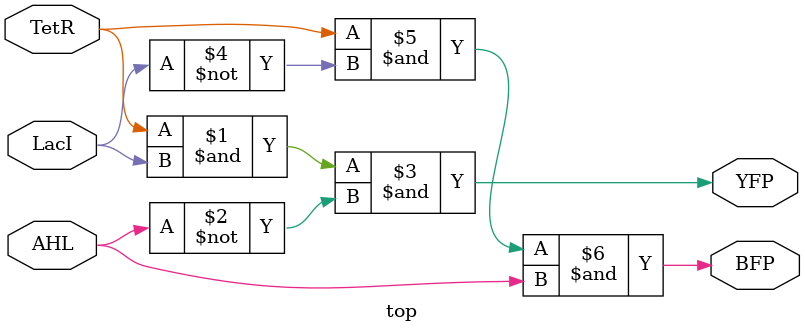
<source format=v>
 module top (input TetR, input LacI, input AHL, output YFP, output BFP);
    assign YFP = (TetR & LacI) & ~AHL;
    assign BFP = (TetR & ~LacI & AHL);
  endmodule
</source>
